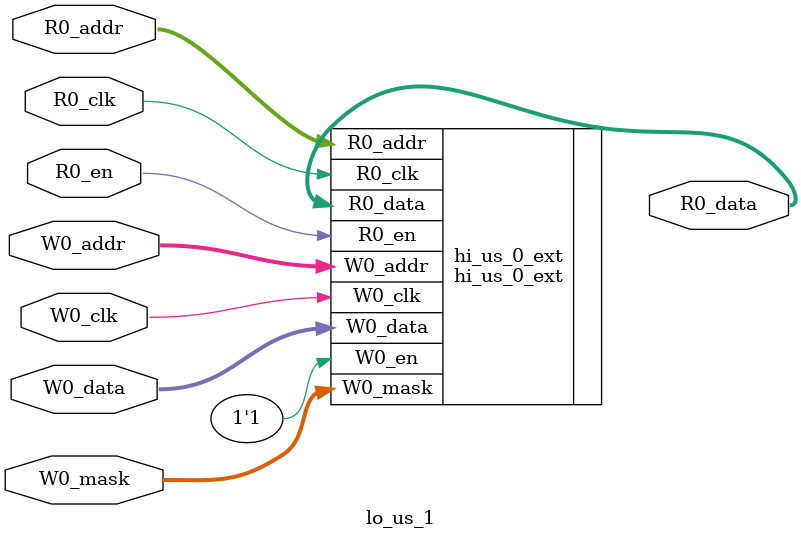
<source format=sv>
`ifndef RANDOMIZE
  `ifdef RANDOMIZE_MEM_INIT
    `define RANDOMIZE
  `endif // RANDOMIZE_MEM_INIT
`endif // not def RANDOMIZE
`ifndef RANDOMIZE
  `ifdef RANDOMIZE_REG_INIT
    `define RANDOMIZE
  `endif // RANDOMIZE_REG_INIT
`endif // not def RANDOMIZE

`ifndef RANDOM
  `define RANDOM $random
`endif // not def RANDOM

// Users can define INIT_RANDOM as general code that gets injected into the
// initializer block for modules with registers.
`ifndef INIT_RANDOM
  `define INIT_RANDOM
`endif // not def INIT_RANDOM

// If using random initialization, you can also define RANDOMIZE_DELAY to
// customize the delay used, otherwise 0.002 is used.
`ifndef RANDOMIZE_DELAY
  `define RANDOMIZE_DELAY 0.002
`endif // not def RANDOMIZE_DELAY

// Define INIT_RANDOM_PROLOG_ for use in our modules below.
`ifndef INIT_RANDOM_PROLOG_
  `ifdef RANDOMIZE
    `ifdef VERILATOR
      `define INIT_RANDOM_PROLOG_ `INIT_RANDOM
    `else  // VERILATOR
      `define INIT_RANDOM_PROLOG_ `INIT_RANDOM #`RANDOMIZE_DELAY begin end
    `endif // VERILATOR
  `else  // RANDOMIZE
    `define INIT_RANDOM_PROLOG_
  `endif // RANDOMIZE
`endif // not def INIT_RANDOM_PROLOG_

// Include register initializers in init blocks unless synthesis is set
`ifndef SYNTHESIS
  `ifndef ENABLE_INITIAL_REG_
    `define ENABLE_INITIAL_REG_
  `endif // not def ENABLE_INITIAL_REG_
`endif // not def SYNTHESIS

// Include rmemory initializers in init blocks unless synthesis is set
`ifndef SYNTHESIS
  `ifndef ENABLE_INITIAL_MEM_
    `define ENABLE_INITIAL_MEM_
  `endif // not def ENABLE_INITIAL_MEM_
`endif // not def SYNTHESIS

// Standard header to adapt well known macros for prints and assertions.

// Users can define 'PRINTF_COND' to add an extra gate to prints.
`ifndef PRINTF_COND_
  `ifdef PRINTF_COND
    `define PRINTF_COND_ (`PRINTF_COND)
  `else  // PRINTF_COND
    `define PRINTF_COND_ 1
  `endif // PRINTF_COND
`endif // not def PRINTF_COND_

// Users can define 'ASSERT_VERBOSE_COND' to add an extra gate to assert error printing.
`ifndef ASSERT_VERBOSE_COND_
  `ifdef ASSERT_VERBOSE_COND
    `define ASSERT_VERBOSE_COND_ (`ASSERT_VERBOSE_COND)
  `else  // ASSERT_VERBOSE_COND
    `define ASSERT_VERBOSE_COND_ 1
  `endif // ASSERT_VERBOSE_COND
`endif // not def ASSERT_VERBOSE_COND_

// Users can define 'STOP_COND' to add an extra gate to stop conditions.
`ifndef STOP_COND_
  `ifdef STOP_COND
    `define STOP_COND_ (`STOP_COND)
  `else  // STOP_COND
    `define STOP_COND_ 1
  `endif // STOP_COND
`endif // not def STOP_COND_

module lo_us_1(	// @[generators/boom/src/main/scala/ifu/bpd/tage.scala:90:27]
  input  [7:0] R0_addr,
  input        R0_en,
               R0_clk,
  output [3:0] R0_data,
  input  [7:0] W0_addr,
  input        W0_clk,
  input  [3:0] W0_data,
               W0_mask
);

  hi_us_0_ext hi_us_0_ext (	// @[generators/boom/src/main/scala/ifu/bpd/tage.scala:90:27]
    .R0_addr (R0_addr),
    .R0_en   (R0_en),
    .R0_clk  (R0_clk),
    .R0_data (R0_data),
    .W0_addr (W0_addr),
    .W0_en   (1'h1),	// @[generators/boom/src/main/scala/ifu/bpd/tage.scala:90:27]
    .W0_clk  (W0_clk),
    .W0_data (W0_data),
    .W0_mask (W0_mask)
  );
endmodule


</source>
